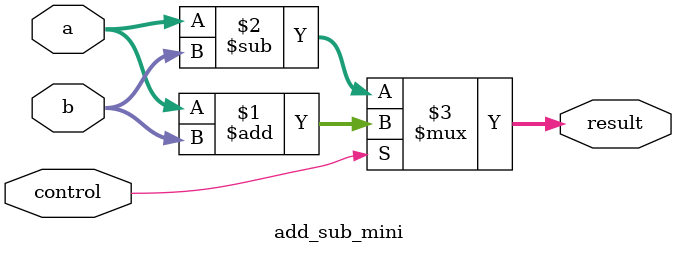
<source format=v>
module add_sub_mini (
    input [15:0] a, b,
    input control,
    output [15:0] result
);

    assign result = control ? (a + b) : (a - b);

endmodule
</source>
